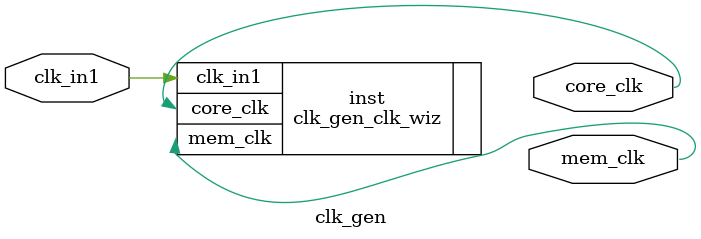
<source format=v>


`timescale 1ps/1ps

(* CORE_GENERATION_INFO = "clk_gen,clk_wiz_v6_0_8_0_0,{component_name=clk_gen,use_phase_alignment=true,use_min_o_jitter=false,use_max_i_jitter=false,use_dyn_phase_shift=false,use_inclk_switchover=false,use_dyn_reconfig=false,enable_axi=0,feedback_source=FDBK_AUTO,PRIMITIVE=MMCM,num_out_clk=2,clkin1_period=10.000,clkin2_period=10.000,use_power_down=false,use_reset=false,use_locked=false,use_inclk_stopped=false,feedback_type=SINGLE,CLOCK_MGR_TYPE=NA,manual_override=false}" *)

module clk_gen 
 (
  // Clock out ports
  output        core_clk,
  output        mem_clk,
 // Clock in ports
  input         clk_in1
 );

  clk_gen_clk_wiz inst
  (
  // Clock out ports  
  .core_clk(core_clk),
  .mem_clk(mem_clk),
 // Clock in ports
  .clk_in1(clk_in1)
  );

endmodule

</source>
